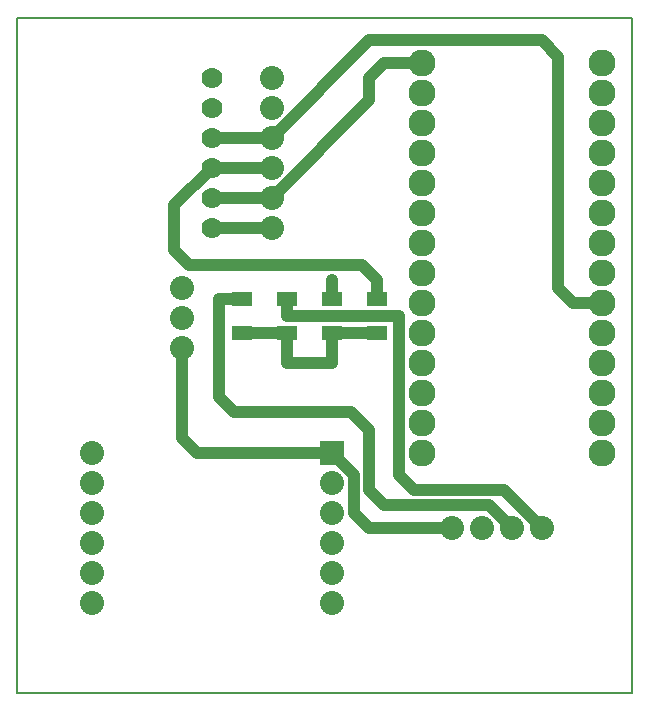
<source format=gbr>
G04 PROTEUS GERBER X2 FILE*
%TF.GenerationSoftware,Labcenter,Proteus,8.13-SP0-Build31525*%
%TF.CreationDate,2022-02-01T17:21:53+00:00*%
%TF.FileFunction,Copper,L1,Top*%
%TF.FilePolarity,Positive*%
%TF.Part,Single*%
%TF.SameCoordinates,{1f8d9942-98d1-49a5-8421-286161f785e5}*%
%FSLAX45Y45*%
%MOMM*%
G01*
%TA.AperFunction,Conductor*%
%ADD10C,1.016000*%
%TA.AperFunction,ViaPad*%
%ADD11C,1.016000*%
%TA.AperFunction,ComponentPad*%
%ADD12C,2.032000*%
%TA.AperFunction,SMDPad,CuDef*%
%ADD13R,1.803400X1.143000*%
%TA.AperFunction,ComponentPad*%
%ADD14C,2.286000*%
%TA.AperFunction,ComponentPad*%
%ADD15R,2.032000X2.032000*%
%TA.AperFunction,ComponentPad*%
%ADD16C,1.778000*%
%TA.AperFunction,Profile*%
%ADD17C,0.203200*%
%TD.AperFunction*%
D10*
X-11430000Y+635000D02*
X-11430000Y+381000D01*
X-11049000Y+381000D01*
X-11049000Y+635000D01*
X-10668000Y+635000D01*
X-11430000Y+635000D02*
X-11620500Y+635000D01*
X-11811000Y+635000D01*
X-11557000Y+1524000D02*
X-12065000Y+1524000D01*
X-11557000Y+1778000D02*
X-10731500Y+2603500D01*
X-10731500Y+2794000D01*
X-10604500Y+2921000D01*
X-10287000Y+2921000D01*
X-12319000Y+508000D02*
X-12319000Y-254000D01*
X-12192000Y-381000D01*
X-11049000Y-381000D01*
X-10858500Y-571500D01*
X-10858500Y-889000D01*
X-10731500Y-1016000D01*
X-10033000Y-1016000D01*
X-11557000Y+1778000D02*
X-12065000Y+1778000D01*
X-12065000Y+2032000D02*
X-12382500Y+1714500D01*
X-12382500Y+1333500D01*
X-12255500Y+1206500D01*
X-10795000Y+1206500D01*
X-10668000Y+1079500D01*
X-10668000Y+925000D01*
X-12065000Y+2032000D02*
X-11557000Y+2032000D01*
X-9271000Y-1016000D02*
X-9588500Y-698500D01*
X-10350500Y-698500D01*
X-10477500Y-571500D01*
X-10477500Y+780000D01*
X-11430000Y+780000D01*
X-11430000Y+925000D01*
X-11557000Y+2286000D02*
X-10731500Y+3111500D01*
X-9271000Y+3111500D01*
X-9131089Y+2971589D01*
X-9131089Y+1016000D01*
X-9004089Y+889000D01*
X-8763000Y+889000D01*
X-11049000Y+1079500D02*
X-11049000Y+925000D01*
X-11557000Y+2286000D02*
X-12065000Y+2286000D01*
X-9525000Y-1016000D02*
X-9715500Y-825500D01*
X-10604500Y-825500D01*
X-10731500Y-698500D01*
X-10731500Y-190500D01*
X-10885152Y-36848D01*
X-11874500Y-36848D01*
X-12001500Y+90152D01*
X-12001500Y+925000D01*
X-11811000Y+925000D01*
D11*
X-11620500Y+635000D03*
X-11049000Y+1079500D03*
D12*
X-12319000Y+508000D03*
X-12319000Y+762000D03*
X-12319000Y+1016000D03*
D13*
X-11430000Y+635000D03*
X-11430000Y+925000D03*
X-11049000Y+635000D03*
X-11049000Y+925000D03*
D14*
X-10287000Y+2667000D03*
X-10287000Y+2413000D03*
X-10287000Y+2159000D03*
X-10287000Y+1905000D03*
X-10287000Y+1651000D03*
X-10287000Y+1397000D03*
X-10287000Y+1143000D03*
X-10287000Y+889000D03*
X-10287000Y+635000D03*
X-10287000Y+381000D03*
X-10287000Y+127000D03*
X-10287000Y-127000D03*
X-10287000Y-381000D03*
X-8763000Y-381000D03*
X-8763000Y-127000D03*
X-8763000Y+127000D03*
X-8763000Y+381000D03*
X-8763000Y+635000D03*
X-8763000Y+889000D03*
X-8763000Y+1143000D03*
X-8763000Y+1397000D03*
X-8763000Y+1651000D03*
X-8763000Y+1905000D03*
X-8763000Y+2159000D03*
X-8763000Y+2413000D03*
X-8763000Y+2667000D03*
X-8763000Y+2921000D03*
X-10287000Y+2921000D03*
D12*
X-11557000Y+1524000D03*
X-11557000Y+1778000D03*
X-11557000Y+2032000D03*
X-11557000Y+2286000D03*
X-11557000Y+2540000D03*
X-11557000Y+2794000D03*
X-10033000Y-1016000D03*
X-9779000Y-1016000D03*
X-9525000Y-1016000D03*
X-9271000Y-1016000D03*
D13*
X-10668000Y+635000D03*
X-10668000Y+925000D03*
D15*
X-11049000Y-381000D03*
D12*
X-11049000Y-635000D03*
X-11049000Y-889000D03*
X-11049000Y-1143000D03*
X-11049000Y-1397000D03*
X-11049000Y-1651000D03*
X-13081000Y-1651000D03*
X-13081000Y-1397000D03*
X-13081000Y-1143000D03*
X-13081000Y-889000D03*
X-13081000Y-635000D03*
X-13081000Y-381000D03*
D13*
X-11811000Y+635000D03*
X-11811000Y+925000D03*
D16*
X-12065000Y+1524000D03*
X-12065000Y+1778000D03*
X-12065000Y+2032000D03*
X-12065000Y+2286000D03*
X-12065000Y+2540000D03*
X-12065000Y+2794000D03*
D17*
X-13716000Y-2413000D02*
X-8509000Y-2413000D01*
X-8509000Y+3302000D01*
X-13716000Y+3302000D01*
X-13716000Y-2413000D01*
M02*

</source>
